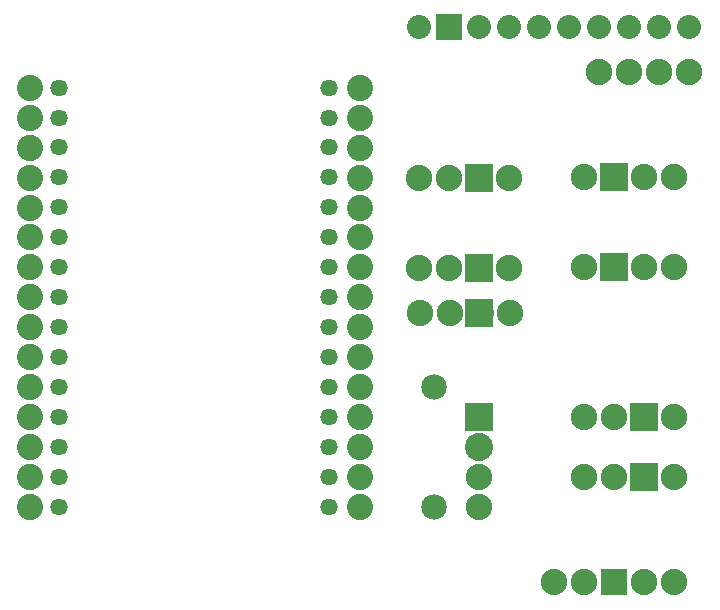
<source format=gts>
G04 MADE WITH FRITZING*
G04 WWW.FRITZING.ORG*
G04 DOUBLE SIDED*
G04 HOLES PLATED*
G04 CONTOUR ON CENTER OF CONTOUR VECTOR*
%ASAXBY*%
%FSLAX23Y23*%
%MOIN*%
%OFA0B0*%
%SFA1.0B1.0*%
%ADD10C,0.057829*%
%ADD11C,0.080000*%
%ADD12C,0.088000*%
%ADD13C,0.087740*%
%ADD14C,0.085000*%
%ADD15C,0.094141*%
%ADD16R,0.085556X0.085556*%
%ADD17R,0.094375X0.094375*%
%ADD18R,0.093333X0.093333*%
%ADD19R,0.088000X0.088000*%
%LNMASK1*%
G90*
G70*
G54D10*
X1203Y1697D03*
X306Y1896D03*
X306Y1796D03*
X306Y1697D03*
X306Y1597D03*
X306Y1497D03*
X1203Y1796D03*
X1203Y1896D03*
X1203Y1597D03*
X306Y1397D03*
X306Y1297D03*
X306Y1197D03*
X306Y1097D03*
X306Y998D03*
X306Y898D03*
X306Y798D03*
X306Y698D03*
X306Y598D03*
X306Y498D03*
X1203Y1197D03*
X1203Y1097D03*
X1203Y998D03*
X1203Y898D03*
X1203Y798D03*
X1203Y698D03*
X1203Y598D03*
X1203Y498D03*
X1203Y1497D03*
X1203Y1397D03*
X1203Y1297D03*
G54D11*
X2406Y2097D03*
X2306Y2097D03*
X2206Y2097D03*
X2106Y2097D03*
X2006Y2097D03*
X1906Y2097D03*
X1806Y2097D03*
X1706Y2097D03*
X1606Y2097D03*
X1506Y2097D03*
G54D12*
X2406Y1947D03*
X2306Y1947D03*
X2206Y1947D03*
X2106Y1947D03*
G54D13*
X1307Y1696D03*
X209Y1896D03*
X209Y1796D03*
X209Y1696D03*
X209Y1596D03*
X209Y1496D03*
X1307Y1796D03*
X1307Y1896D03*
X1307Y1596D03*
X209Y1397D03*
X209Y1297D03*
X209Y1197D03*
X209Y1097D03*
X209Y997D03*
X209Y897D03*
X209Y798D03*
X209Y698D03*
X209Y598D03*
X209Y498D03*
X1307Y1197D03*
X1307Y1097D03*
X1307Y997D03*
X1307Y897D03*
X1307Y798D03*
X1307Y698D03*
X1307Y598D03*
X1307Y498D03*
X1307Y1496D03*
X1307Y1397D03*
X1307Y1297D03*
G54D14*
X1556Y897D03*
X1556Y497D03*
G54D12*
X2056Y1297D03*
G54D15*
X2156Y1297D03*
G54D12*
X2256Y1297D03*
X2356Y1297D03*
X2056Y1597D03*
G54D15*
X2156Y1597D03*
G54D12*
X2256Y1597D03*
X2356Y1597D03*
X2356Y797D03*
G54D15*
X2256Y797D03*
G54D12*
X2156Y797D03*
X2056Y797D03*
X1806Y1296D03*
G54D15*
X1706Y1296D03*
G54D12*
X1606Y1296D03*
X1506Y1296D03*
X1807Y1145D03*
G54D15*
X1707Y1145D03*
G54D12*
X1607Y1145D03*
X1507Y1145D03*
X1806Y1596D03*
G54D15*
X1706Y1596D03*
G54D12*
X1606Y1596D03*
X1506Y1596D03*
X2356Y597D03*
G54D15*
X2256Y597D03*
G54D12*
X2156Y597D03*
X2056Y597D03*
X1706Y797D03*
G54D15*
X1706Y697D03*
G54D12*
X1706Y597D03*
X1706Y497D03*
X2356Y247D03*
X2256Y247D03*
X2156Y247D03*
X2056Y247D03*
X1956Y247D03*
G54D16*
X1606Y2097D03*
G54D17*
X2156Y1297D03*
X2156Y1597D03*
X2255Y797D03*
X1706Y1296D03*
X1706Y1144D03*
X1706Y1596D03*
X2255Y597D03*
G54D18*
X1706Y797D03*
G54D19*
X2156Y247D03*
G04 End of Mask1*
M02*
</source>
